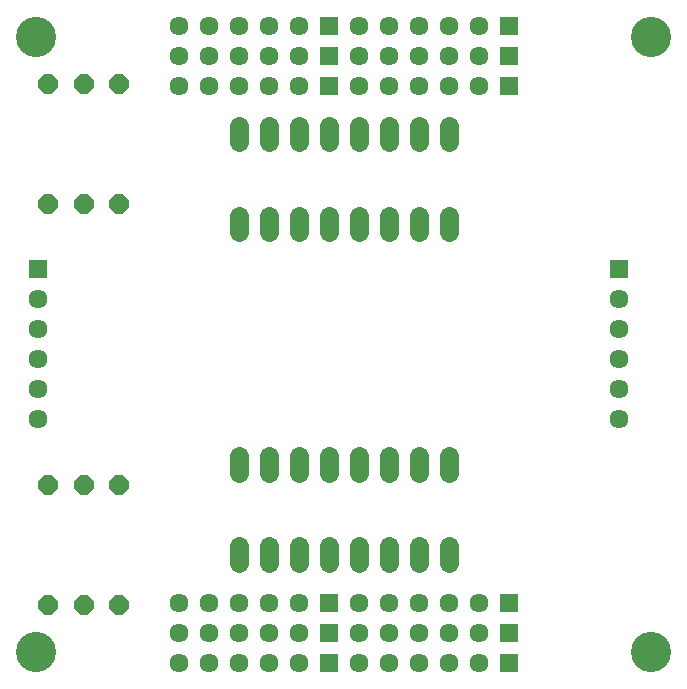
<source format=gbs>
G75*
G70*
%OFA0B0*%
%FSLAX24Y24*%
%IPPOS*%
%LPD*%
%AMOC8*
5,1,8,0,0,1.08239X$1,22.5*
%
%ADD10R,0.0635X0.0635*%
%ADD11C,0.0635*%
%ADD12C,0.0640*%
%ADD13OC8,0.0640*%
%ADD14C,0.1340*%
D10*
X019686Y004606D03*
X019686Y005606D03*
X019686Y006606D03*
X025686Y006606D03*
X025686Y005606D03*
X025686Y004606D03*
X029360Y017728D03*
X025686Y023850D03*
X025686Y024850D03*
X025686Y025850D03*
X019686Y025850D03*
X019686Y024850D03*
X019686Y023850D03*
X009990Y017728D03*
D11*
X009990Y016728D03*
X009990Y015728D03*
X009990Y014728D03*
X009990Y013728D03*
X009990Y012728D03*
X014686Y006606D03*
X015686Y006606D03*
X016686Y006606D03*
X017686Y006606D03*
X018686Y006606D03*
X018686Y005606D03*
X017686Y005606D03*
X016686Y005606D03*
X015686Y005606D03*
X014686Y005606D03*
X014686Y004606D03*
X015686Y004606D03*
X016686Y004606D03*
X017686Y004606D03*
X018686Y004606D03*
X020686Y004606D03*
X020686Y005606D03*
X021686Y005606D03*
X022686Y005606D03*
X022686Y004606D03*
X021686Y004606D03*
X023686Y004606D03*
X024686Y004606D03*
X024686Y005606D03*
X023686Y005606D03*
X023686Y006606D03*
X024686Y006606D03*
X022686Y006606D03*
X021686Y006606D03*
X020686Y006606D03*
X029360Y012728D03*
X029360Y013728D03*
X029360Y014728D03*
X029360Y015728D03*
X029360Y016728D03*
X024686Y023850D03*
X023686Y023850D03*
X022686Y023850D03*
X021686Y023850D03*
X020686Y023850D03*
X020686Y024850D03*
X021686Y024850D03*
X022686Y024850D03*
X023686Y024850D03*
X024686Y024850D03*
X024686Y025850D03*
X023686Y025850D03*
X022686Y025850D03*
X021686Y025850D03*
X020686Y025850D03*
X018686Y025850D03*
X017686Y025850D03*
X016686Y025850D03*
X015686Y025850D03*
X014686Y025850D03*
X014686Y024850D03*
X014686Y023850D03*
X015686Y023850D03*
X016686Y023850D03*
X016686Y024850D03*
X015686Y024850D03*
X017686Y024850D03*
X018686Y024850D03*
X018686Y023850D03*
X017686Y023850D03*
D12*
X017686Y022520D02*
X017686Y021960D01*
X018686Y021960D02*
X018686Y022520D01*
X019686Y022520D02*
X019686Y021960D01*
X020686Y021960D02*
X020686Y022520D01*
X021686Y022520D02*
X021686Y021960D01*
X022686Y021960D02*
X022686Y022520D01*
X023686Y022520D02*
X023686Y021960D01*
X023686Y019520D02*
X023686Y018960D01*
X022686Y018960D02*
X022686Y019520D01*
X021686Y019520D02*
X021686Y018960D01*
X020686Y018960D02*
X020686Y019520D01*
X019686Y019520D02*
X019686Y018960D01*
X018686Y018960D02*
X018686Y019520D01*
X017686Y019520D02*
X017686Y018960D01*
X016686Y018960D02*
X016686Y019520D01*
X016686Y021960D02*
X016686Y022520D01*
X016686Y011496D02*
X016686Y010936D01*
X017686Y010936D02*
X017686Y011496D01*
X018686Y011496D02*
X018686Y010936D01*
X019686Y010936D02*
X019686Y011496D01*
X020686Y011496D02*
X020686Y010936D01*
X021686Y010936D02*
X021686Y011496D01*
X022686Y011496D02*
X022686Y010936D01*
X023686Y010936D02*
X023686Y011496D01*
X023686Y008496D02*
X023686Y007936D01*
X022686Y007936D02*
X022686Y008496D01*
X021686Y008496D02*
X021686Y007936D01*
X020686Y007936D02*
X020686Y008496D01*
X019686Y008496D02*
X019686Y007936D01*
X018686Y007936D02*
X018686Y008496D01*
X017686Y008496D02*
X017686Y007936D01*
X016686Y007936D02*
X016686Y008496D01*
D13*
X012706Y006535D03*
X011525Y006535D03*
X010344Y006535D03*
X010344Y010535D03*
X011525Y010535D03*
X012706Y010535D03*
X012706Y019921D03*
X011525Y019921D03*
X010344Y019921D03*
X010344Y023921D03*
X011525Y023921D03*
X012706Y023921D03*
D14*
X009950Y004991D03*
X030423Y004991D03*
X030423Y025464D03*
X009950Y025464D03*
M02*

</source>
